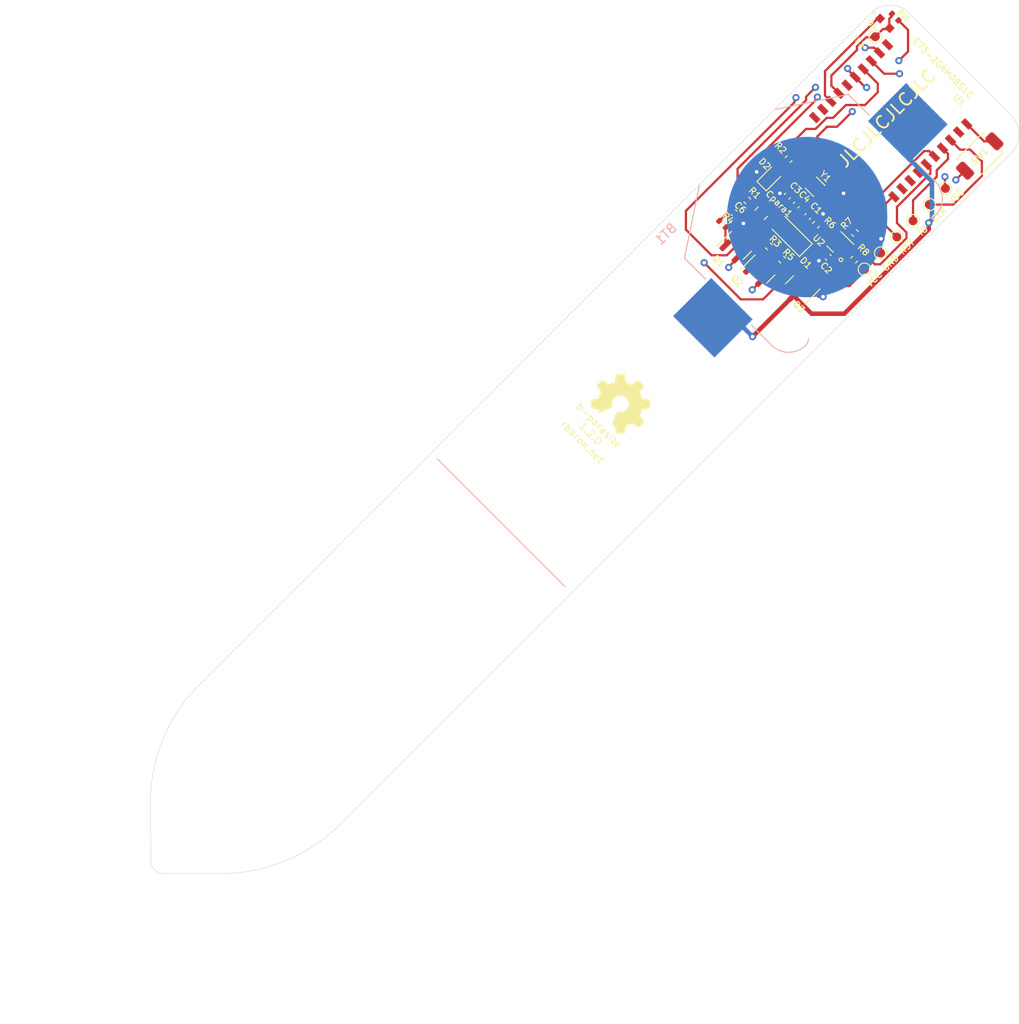
<source format=kicad_pcb>
(kicad_pcb (version 20211014) (generator pcbnew)
  (title_block (title "b-parasite") (date "2021-09-12") (rev "1.2.0") (company "rbaron.net"))
  (layers (0 "F.Cu" signal) (1 "In1.Cu" signal) (2 "In2.Cu" signal) (31 "B.Cu" signal) (34 "B.Paste" user) (35 "F.Paste" user) (36 "B.SilkS" user "B.Silkscreen") (37 "F.SilkS" user "F.Silkscreen") (38 "B.Mask" user) (39 "F.Mask" user) (44 "Edge.Cuts" user))
  (net 0 "")
  (net 1 "GND")
  (net 2 "/Csen+")
  (net 3 "/PWM")
  (net 4 "Net-(C6-Pad1)")
  (net 5 "Net-(Q2-Pad3)")
  (net 6 "Net-(Q1-Pad3)")
  (net 7 "Net-(BT1-Pad1)")
  (net 8 "/SENS_OUT")
  (net 9 "Net-(D2-Pad2)")
  (net 10 "+3V0")
  (net 11 "/LED")
  (net 12 "/FAST_DISCH_EN")
  (net 13 "Net-(TP1-Pad1)")
  (net 14 "Net-(TP2-Pad1)")
  (net 15 "Net-(TP5-Pad1)")
  (net 16 "/SCL")
  (net 17 "/SDA")
  (net 18 "Net-(C3-Pad1)")
  (net 19 "Net-(C4-Pad2)")
  (net 21 "/PHOTO_OUT")
  (net 22 "/PHOTO_V")
  (net 27 "/SW")
  (footprint "Capacitor_SMD:C_0402_1005Metric" (layer "F.Cu") (at 100.642471 63.607527 45)
    (fp_text reference "C1" (at 1.315 0 135) (layer "F.SilkS") (effects (font (size 0.7 0.7) (thickness 0.12))))
    (fp_text value "1n")
    (pad "1" smd roundrect (at -0.48 0 45) (size 0.56 0.62) (layers "F.Cu" "F.Paste" "F.Mask") (net 8 "/SENS_OUT"))
    (pad "2" smd roundrect (at 0.48 0 45) (size 0.56 0.62) (layers "F.Cu" "F.Paste" "F.Mask") (net 1 "GND"))
  )
  (footprint "Capacitor_SMD:C_0402_1005Metric" (layer "F.Cu") (at 92.461246 63.183263 135)
    (fp_text reference "C6" (at -0.085 0.9 135) (layer "F.SilkS") (effects (font (size 0.7 0.7) (thickness 0.12))))
    (fp_text value "100p")
    (pad "1" smd roundrect (at -0.48 0 135) (size 0.56 0.62) (layers "F.Cu" "F.Paste" "F.Mask") (net 4 "Net-(C6-Pad1)"))
    (pad "2" smd roundrect (at 0.48 0 135) (size 0.56 0.62) (layers "F.Cu" "F.Paste" "F.Mask") (net 3 "/PWM"))
  )
  (footprint "Resistor_SMD:R_0402_1005Metric" (layer "F.Cu") (at 101.56171 64.526766 45)
    (fp_text reference "R6" (at 1.250788 0.95 135) (layer "F.SilkS") (effects (font (size 0.7 0.7) (thickness 0.12))))
    (fp_text value "1M")
    (pad "1" smd roundrect (at -0.51 0 45) (size 0.54 0.64) (layers "F.Cu" "F.Paste" "F.Mask") (net 8 "/SENS_OUT"))
    (pad "2" smd roundrect (at 0.51 0 45) (size 0.54 0.64) (layers "F.Cu" "F.Paste" "F.Mask") (net 1 "GND"))
  )
  (footprint "Resistor_SMD:R_0402_1005Metric" (layer "F.Cu") (at 97.814044 68.39464 -45)
    (fp_text reference "R5" (at 0.115 -0.9 135) (layer "F.SilkS") (effects (font (size 0.7 0.7) (thickness 0.12))))
    (fp_text value "1k")
    (pad "1" smd roundrect (at -0.51 0 315) (size 0.54 0.64) (layers "F.Cu" "F.Paste" "F.Mask") (net 2 "/Csen+"))
    (pad "2" smd roundrect (at 0.51 0 315) (size 0.54 0.64) (layers "F.Cu" "F.Paste" "F.Mask") (net 5 "Net-(Q2-Pad3)"))
  )
  (footprint "Resistor_SMD:R_0402_1005Metric" (layer "F.Cu") (at 91.188454 64.456055 135)
    (fp_text reference "R4" (at 0.015 0.9 135) (layer "F.SilkS") (effects (font (size 0.7 0.7) (thickness 0.12))))
    (fp_text value "10k")
    (pad "1" smd roundrect (at -0.51 0 135) (size 0.54 0.64) (layers "F.Cu" "F.Paste" "F.Mask") (net 4 "Net-(C6-Pad1)"))
    (pad "2" smd roundrect (at 0.51 0 135) (size 0.54 0.64) (layers "F.Cu" "F.Paste" "F.Mask") (net 3 "/PWM"))
  )
  (footprint "Resistor_SMD:R_0402_1005Metric" (layer "F.Cu") (at 96.339726 66.920322 -45)
    (fp_text reference "R3" (at 0.1 -0.9 135) (layer "F.SilkS") (effects (font (size 0.7 0.7) (thickness 0.12))))
    (fp_text value "1k")
    (pad "1" smd roundrect (at -0.51 0 315) (size 0.54 0.64) (layers "F.Cu" "F.Paste" "F.Mask") (net 12 "/FAST_DISCH_EN"))
    (pad "2" smd roundrect (at 0.51 0 315) (size 0.54 0.64) (layers "F.Cu" "F.Paste" "F.Mask") (net 6 "Net-(Q1-Pad3)"))
  )
  (footprint "Resistor_SMD:R_0402_1005Metric" (layer "F.Cu") (at 93.935563 61.829154 -45)
    (fp_text reference "R1" (at 0 -1.17 135) (layer "F.SilkS") (effects (font (size 0.7 0.7) (thickness 0.12))))
    (fp_text value "10k")
    (pad "1" smd roundrect (at -0.51 0 315) (size 0.54 0.64) (layers "F.Cu" "F.Paste" "F.Mask") (net 3 "/PWM"))
    (pad "2" smd roundrect (at 0.51 0 315) (size 0.54 0.64) (layers "F.Cu" "F.Paste" "F.Mask") (net 2 "/Csen+"))
  )
  (footprint "TestPoint:TestPoint_Pad_D1.0mm" (layer "F.Cu") (at 112.336756 64.080027 45)
    (fp_text reference "TP1" hide)
    (fp_text value "IO" (at 0 1.55 45) (layer "F.SilkS") (effects (font (size 0.7 0.7) (thickness 0.12))))
    (pad "1" smd circle (at 0 0 45) (size 1 1) (layers "F.Cu" "F.Mask") (net 13 "Net-(TP1-Pad1)"))
  )
  (footprint "TestPoint:TestPoint_Pad_D1.0mm" (layer "F.Cu") (at 114.132807 62.283976 45)
    (fp_text reference "TP2" hide)
    (fp_text value "CLK" (at 0 1.55 45) (layer "F.SilkS") (effects (font (size 0.7 0.7) (thickness 0.12))))
    (pad "1" smd circle (at 0 0 45) (size 1 1) (layers "F.Cu" "F.Mask") (net 14 "Net-(TP2-Pad1)"))
  )
  (footprint "TestPoint:TestPoint_Pad_D1.0mm" (layer "F.Cu") (at 110.540705 65.876078 45)
    (fp_text reference "TP5" hide)
    (fp_text value "RST" (at 0 1.55 45) (layer "F.SilkS") (effects (font (size 0.7 0.7) (thickness 0.12))))
    (pad "1" smd circle (at 0 0 45) (size 1 1) (layers "F.Cu" "F.Mask") (net 15 "Net-(TP5-Pad1)"))
  )
  (footprint "TestPoint:TestPoint_Pad_D1.0mm" (layer "F.Cu") (at 108.744653 67.67213 45)
    (fp_text reference "TP6" hide)
    (fp_text value "GND" (at 0 1.55 45) (layer "F.SilkS") (effects (font (size 0.7 0.7) (thickness 0.12))))
    (pad "1" smd circle (at 0 0 45) (size 1 1) (layers "F.Cu" "F.Mask") (net 1 "GND"))
  )
  (footprint "TestPoint:TestPoint_Pad_D1.0mm" (layer "F.Cu") (at 106.948602 69.468181 45)
    (fp_text reference "TP7" hide)
    (fp_text value "VCC" (at 0 1.55 45) (layer "F.SilkS") (effects (font (size 0.7 0.7) (thickness 0.12))))
    (pad "1" smd circle (at 0 0 45) (size 1 1) (layers "F.Cu" "F.Mask") (net 10 "+3V0"))
  )
  (footprint "Resistor_SMD:R_0402_1005Metric" (layer "F.Cu") (at 98.521708 57.243009 -135)
    (fp_text reference "R2" (at -0.25 1.5 135) (layer "F.SilkS") (effects (font (size 0.7 0.7) (thickness 0.12))))
    (fp_text value "1k")
    (pad "1" smd roundrect (at -0.51 0 225) (size 0.54 0.64) (layers "F.Cu" "F.Paste" "F.Mask") (net 11 "/LED"))
    (pad "2" smd roundrect (at 0.51 0 225) (size 0.54 0.64) (layers "F.Cu" "F.Paste" "F.Mask") (net 9 "Net-(D2-Pad2)"))
  )
  (footprint "Capacitor_SMD:C_0402_1005Metric" (layer "F.Cu") (at 102.926426 68.133011 135)
    (fp_text reference "C2" (at -0.685 -1 135) (layer "F.SilkS") (effects (font (size 0.7 0.7) (thickness 0.12))))
    (fp_text value "100n")
    (pad "1" smd roundrect (at -0.48 0 135) (size 0.56 0.62) (layers "F.Cu" "F.Paste" "F.Mask") (net 10 "+3V0"))
    (pad "2" smd roundrect (at 0.48 0 135) (size 0.56 0.62) (layers "F.Cu" "F.Paste" "F.Mask") (net 1 "GND"))
  )
  (footprint "Package_TO_SOT_SMD:SOT-23" (layer "F.Cu") (at 99.733839 71.728649 -135)
    (fp_text reference "Q3" (at 1.4 -1.3 135) (layer "F.SilkS") (effects (font (size 0.7 0.7) (thickness 0.12))))
    (fp_text value "AO3407")
    (pad "1" smd roundrect (at -0.9375 -0.95 225) (size 1.475 0.6) (layers "F.Cu" "F.Paste" "F.Mask") (net 1 "GND"))
    (pad "2" smd roundrect (at -0.9375 0.95 225) (size 1.475 0.6) (layers "F.Cu" "F.Paste" "F.Mask") (net 10 "+3V0"))
    (pad "3" smd roundrect (at 0.9375 0 225) (size 1.475 0.6) (layers "F.Cu" "F.Paste" "F.Mask") (net 7 "Net-(BT1-Pad1)"))
  )
  (footprint "Crystal:Crystal_SMD_3215-2Pin_3.2x1.5mm" (layer "F.Cu") (at 101.466251 60.308874 135)
    (fp_text reference "Y1" (at 0 1.6 135) (layer "F.SilkS") (effects (font (size 0.7 0.7) (thickness 0.12))))
    (fp_text value "32.768kHz")
    (pad "1" smd rect (at 1.25 0 135) (size 1 1.8) (layers "F.Cu" "F.Paste" "F.Mask") (net 18 "Net-(C3-Pad1)"))
    (pad "2" smd rect (at -1.25 0 135) (size 1 1.8) (layers "F.Cu" "F.Paste" "F.Mask") (net 19 "Net-(C4-Pad2)"))
  )
  (footprint "LED_SMD:LED_0603_1608Metric" (layer "F.Cu") (at 96.577164 59.187553 45)
    (fp_text reference "D2" (at 0.5 -1.5 135) (layer "F.SilkS") (effects (font (size 0.7 0.7) (thickness 0.12))))
    (fp_text value "LED")
    (pad "1" smd roundrect (at -0.7875 0 45) (size 0.875 0.95) (layers "F.Cu" "F.Paste" "F.Mask") (net 1 "GND"))
    (pad "2" smd roundrect (at 0.7875 0 45) (size 0.875 0.95) (layers "F.Cu" "F.Paste" "F.Mask") (net 9 "Net-(D2-Pad2)"))
  )
  (footprint "Capacitor_SMD:C_0402_1005Metric" (layer "F.Cu") (at 99.369679 62.334735 45)
    (fp_text reference "C4" (at 1.315 0 135) (layer "F.SilkS") (effects (font (size 0.7 0.7) (thickness 0.12))))
    (fp_text value "12p")
    (pad "1" smd roundrect (at -0.48 0 45) (size 0.56 0.62) (layers "F.Cu" "F.Paste" "F.Mask") (net 1 "GND"))
    (pad "2" smd roundrect (at 0.48 0 45) (size 0.56 0.62) (layers "F.Cu" "F.Paste" "F.Mask") (net 19 "Net-(C4-Pad2)"))
  )
  (footprint "Capacitor_SMD:C_0402_1005Metric" (layer "F.Cu") (at 98.37973 61.344785 -135)
    (fp_text reference "C3" (at -1.315 0 135) (layer "F.SilkS") (effects (font (size 0.7 0.7) (thickness 0.12))))
    (fp_text value "12p")
    (pad "1" smd roundrect (at -0.48 0 225) (size 0.56 0.62) (layers "F.Cu" "F.Paste" "F.Mask") (net 18 "Net-(C3-Pad1)"))
    (pad "2" smd roundrect (at 0.48 0 225) (size 0.56 0.62) (layers "F.Cu" "F.Paste" "F.Mask") (net 1 "GND"))
  )
  (footprint "Capacitor_SMD:C_0805_2012Metric" (layer "F.Cu") (at 95.491198 63.243367 45)
    (fp_text reference "Cpara1" (at 2.135788 0.65 135) (layer "F.SilkS") (effects (font (size 0.7 0.7) (thickness 0.12))))
    (fp_text value "5p")
    (pad "1" smd roundrect (at -0.95 0 45) (size 1 1.45) (layers "F.Cu" "F.Paste" "F.Mask") (net 1 "GND"))
    (pad "2" smd roundrect (at 0.95 0 45) (size 1 1.45) (layers "F.Cu" "F.Paste" "F.Mask") (net 2 "/Csen+"))
  )
  (footprint "Resistor_SMD:R_0402_1005Metric" (layer "F.Cu") (at 105.885668 65.435398 135)
    (fp_text reference "R7" (at 1.385 0.1 45) (layer "F.SilkS") (effects (font (size 0.7 0.7) (thickness 0.12))))
    (fp_text value "10k")
    (pad "1" smd roundrect (at -0.51 0 135) (size 0.54 0.64) (layers "F.Cu" "F.Paste" "F.Mask") (net 17 "/SDA"))
    (pad "2" smd roundrect (at 0.51 0 135) (size 0.54 0.64) (layers "F.Cu" "F.Paste" "F.Mask") (net 10 "+3V0"))
  )
  (footprint "Resistor_SMD:R_0402_1005Metric" (layer "F.Cu") (at 105.793744 68.384033 45)
    (fp_text reference "R8" (at 1.485788 -0.02 135) (layer "F.SilkS") (effects (font (size 0.7 0.7) (thickness 0.12))))
    (fp_text value "10k")
    (pad "1" smd roundrect (at -0.51 0 45) (size 0.54 0.64) (layers "F.Cu" "F.Paste" "F.Mask") (net 10 "+3V0"))
    (pad "2" smd roundrect (at 0.51 0 45) (size 0.54 0.64) (layers "F.Cu" "F.Paste" "F.Mask") (net 16 "/SCL"))
  )
  (footprint "Package_TO_SOT_SMD:SOT-23" (layer "F.Cu") (at 95.455843 69.430552 45)
    (fp_text reference "Q2" (at -2.8 -0.95 135) (layer "F.SilkS") (effects (font (size 0.7 0.7) (thickness 0.12))))
    (fp_text value "MMBT3904")
    (pad "1" smd roundrect (at -0.9375 -0.95 45) (size 1.475 0.6) (layers "F.Cu" "F.Paste" "F.Mask") (net 6 "Net-(Q1-Pad3)"))
    (pad "2" smd roundrect (at -0.9375 0.95 45) (size 1.475 0.6) (layers "F.Cu" "F.Paste" "F.Mask") (net 1 "GND"))
    (pad "3" smd roundrect (at 0.9375 0 45) (size 1.475 0.6) (layers "F.Cu" "F.Paste" "F.Mask") (net 5 "Net-(Q2-Pad3)"))
  )
  (footprint "kicad:Sensirion_DFN-4-1EP_2x2mm_P1mm_EP0.7x1.6mm" (layer "F.Cu") (at 104.259322 66.778901 135)
    (fp_text reference "U2" (at 2.05 -1.314212 135) (layer "F.SilkS") (effects (font (size 0.7 0.7) (thickness 0.12))))
    (fp_text value "SHTC3")
    (pad "1" smd roundrect locked (at -0.925 -0.5 135) (size 0.55 0.35) (layers "F.Cu" "F.Mask") (net 10 "+3V0"))
    (pad "2" smd roundrect locked (at -0.925 0.5 135) (size 0.55 0.35) (layers "F.Cu" "F.Mask") (net 16 "/SCL"))
    (pad "3" smd roundrect locked (at 0.925 0.5 135) (size 0.55 0.35) (layers "F.Cu" "F.Mask") (net 17 "/SDA"))
    (pad "4" smd roundrect locked (at 0.925 -0.5 135) (size 0.55 0.35) (layers "F.Cu" "F.Mask") (net 1 "GND"))
    (pad "5" smd roundrect locked (at 0 0 135) (size 0.7 1.6) (layers "F.Cu" "F.Mask"))
  )
  (footprint "Diode_SMD:D_MiniMELF" (layer "F.Cu") (at 98.637824 65.541464 135)
    (fp_text reference "D1" (at -3.55 -1 135) (layer "F.SilkS") (effects (font (size 0.7 0.7) (thickness 0.12))))
    (fp_text value "LL4148")
    (pad "1" smd rect (at -1.75 0 135) (size 1.3 1.7) (layers "F.Cu" "F.Paste" "F.Mask") (net 8 "/SENS_OUT"))
    (pad "2" smd rect (at 1.75 0 135) (size 1.3 1.7) (layers "F.Cu" "F.Paste" "F.Mask") (net 2 "/Csen+"))
  )
  (footprint "Symbol:OSHW-Symbol_6.7x6mm_SilkScreen" (layer "F.Cu") (at 80.076271 84.173728 -45)
    (fp_text reference "REF**" hide)
    (fp_text value "OSHW-Symbol_6.7x6mm_SilkScreen" hide)
  )
  (footprint "TestPoint:TestPoint_Pad_D1.0mm" (layer "F.Cu") (at 115.928858 60.487925 45)
    (fp_text reference "TP4" hide)
    (fp_text value "VSO" (at 0.235788 1.5 45) (layer "F.SilkS") (effects (font (size 0.7 0.7) (thickness 0.12))))
    (pad "1" smd circle (at 0 0 45) (size 1 1) (layers "F.Cu" "F.Mask") (net 8 "/SENS_OUT"))
  )
  (footprint "Library:E73-2G4M08S1C-52840" (layer "F.Cu") (at 103.97648 58.859305 45)
    (fp_text reference "U1" (at 15.285788 3.75 135) (layer "F.SilkS") (effects (font (size 0.7 0.7) (thickness 0.12))))
    (fp_text value "E73-2G4M08S1C-52840")
    (fp_text user "E73-2G4M08S1C" (at 16.535788 0 135) (layer "F.SilkS") (effects (font (size 0.7 0.7) (thickness 0.12))))
    (pad "1" smd rect (at 14.03 -6.219 45) (size 0.65 1.2) (layers "F.Cu" "F.Paste" "F.Mask"))
    (pad "2" smd rect (at 12.76 -6.219 45) (size 0.65 1.2) (layers "F.Cu" "F.Paste" "F.Mask") (net 12 "/FAST_DISCH_EN"))
    (pad "3" smd rect (at 11.49 -6.219 45) (size 0.65 1.2) (layers "F.Cu" "F.Paste" "F.Mask") (net 8 "/SENS_OUT"))
    (pad "4" smd rect (at 10.22 -6.219 45) (size 0.65 1.2) (layers "F.Cu" "F.Paste" "F.Mask") (net 11 "/LED"))
    (pad "5" smd rect (at 8.95 -6.219 45) (size 0.65 1.2) (layers "F.Cu" "F.Paste" "F.Mask") (net 1 "GND"))
    (pad "6" smd rect (at 7.68 -6.219 45) (size 0.65 1.2) (layers "F.Cu" "F.Paste" "F.Mask"))
    (pad "7" smd rect (at 6.41 -6.219 45) (size 0.65 1.2) (layers "F.Cu" "F.Paste" "F.Mask") (net 21 "/PHOTO_OUT"))
    (pad "8" smd rect (at 5.14 -6.219 45) (size 0.65 1.2) (layers "F.Cu" "F.Paste" "F.Mask") (net 22 "/PHOTO_V"))
    (pad "9" smd rect (at 3.87 -6.219 45) (size 0.65 1.2) (layers "F.Cu" "F.Paste" "F.Mask"))
    (pad "10" smd rect (at 2.6 -6.219 45) (size 0.65 1.2) (layers "F.Cu" "F.Paste" "F.Mask"))
    (pad "11" smd rect (at 0.281 -4.47 135) (size 0.65 1.2) (layers "F.Cu" "F.Paste" "F.Mask") (net 18 "Net-(C3-Pad1)"))
    (pad "13" smd rect (at 0.281 -3.2 135) (size 0.65 1.2) (layers "F.Cu" "F.Paste" "F.Mask") (net 19 "Net-(C4-Pad2)"))
    (pad "15" smd rect (at 0.281 -1.93 135) (size 0.65 1.2) (layers "F.Cu" "F.Paste" "F.Mask") (net 3 "/PWM"))
    (pad "17" smd rect (at 0.281 -0.66 135) (size 0.65 1.2) (layers "F.Cu" "F.Paste" "F.Mask"))
    (pad "19" smd rect (at 0.281 0.61 135) (size 0.65 1.2) (layers "F.Cu" "F.Paste" "F.Mask") (net 10 "+3V0"))
    (pad "21" smd rect (at 0.281 1.88 135) (size 0.65 1.2) (layers "F.Cu" "F.Paste" "F.Mask") (net 1 "GND"))
    (pad "23" smd rect (at 0.281 3.15 135) (size 0.65 1.2) (layers "F.Cu" "F.Paste" "F.Mask") (net 10 "+3V0"))
    (pad "25" smd rect (at 0.281 4.42 135) (size 0.65 1.2) (layers "F.Cu" "F.Paste" "F.Mask"))
    (pad "26" smd rect (at 2.6 6.219 45) (size 0.65 1.2) (layers "F.Cu" "F.Paste" "F.Mask") (net 15 "Net-(TP5-Pad1)"))
    (pad "27" smd rect (at 3.87 6.219 45) (size 0.65 1.2) (layers "F.Cu" "F.Paste" "F.Mask"))
    (pad "29" smd rect (at 5.14 6.219 45) (size 0.65 1.2) (layers "F.Cu" "F.Paste" "F.Mask"))
    (pad "31" smd rect (at 6.41 6.219 45) (size 0.65 1.2) (layers "F.Cu" "F.Paste" "F.Mask"))
    (pad "33" smd rect (at 7.68 6.219 45) (size 0.65 1.2) (layers "F.Cu" "F.Paste" "F.Mask") (net 16 "/SCL"))
    (pad "35" smd rect (at 8.95 6.219 45) (size 0.65 1.2) (layers "F.Cu" "F.Paste" "F.Mask") (net 17 "/SDA"))
    (pad "37" smd rect (at 10.22 6.219 45) (size 0.65 1.2) (layers "F.Cu" "F.Paste" "F.Mask") (net 13 "Net-(TP1-Pad1)"))
    (pad "39" smd rect (at 11.49 6.219 45) (size 0.65 1.2) (layers "F.Cu" "F.Paste" "F.Mask") (net 14 "Net-(TP2-Pad1)"))
    (pad "41" smd rect (at 12.76 6.219 45) (size 0.65 1.2) (layers "F.Cu" "F.Paste" "F.Mask"))
    (pad "43" smd rect (at 14.03 6.219 45) (size 0.65 1.2) (layers "F.Cu" "F.Paste" "F.Mask") (net 27 "/SW"))
  )
  (footprint "TestPoint:TestPoint_Pad_D1.0mm" (layer "F.Cu") (at 108.14841 43.656509 -45)
    (fp_text reference "TP3" (at -0.95 1.664212 135) (layer "F.SilkS") (effects (font (size 0.6 0.6) (thickness 0.1))))
    (fp_text value "PHOTO_OUT")
    (pad "1" smd circle (at 0 0 315) (size 1 1) (layers "F.Cu" "F.Mask") (net 21 "/PHOTO_OUT"))
  )
  (footprint "Resistor_SMD:R_0402_1005Metric" (layer "F.Cu") (at 110.351047 41.475085 135)
    (fp_text reference "R10" (at -0.535 0.8 135) (layer "F.SilkS") (effects (font (size 0.5 0.5) (thickness 0.1))))
    (fp_text value "470")
    (pad "1" smd roundrect (at -0.51 0 135) (size 0.54 0.64) (layers "F.Cu" "F.Paste" "F.Mask") (net 1 "GND"))
    (pad "2" smd roundrect (at 0.51 0 135) (size 0.54 0.64) (layers "F.Cu" "F.Paste" "F.Mask") (net 21 "/PHOTO_OUT"))
  )
  (footprint "snapeda:TR8" (layer "F.Cu") (at 109.20907 42.171585 -45)
    (fp_text reference "Q4" (at -0.9 1.071 135) (layer "F.SilkS") (effects (font (size 0.5 0.5) (thickness 0.1))))
    (fp_text value "Q_Photo_NPN")
    (pad "1" smd rect (at -0.75 0 315) (size 0.8 0.8) (layers "F.Cu" "F.Paste" "F.Mask") (net 22 "/PHOTO_V"))
    (pad "2" smd rect (at 0.75 0 315) (size 0.8 0.8) (layers "F.Cu" "F.Paste" "F.Mask") (net 21 "/PHOTO_OUT"))
  )
  (footprint "Library:MountingHole_2.8mm" (layer "F.Cu") (at 93.511299 80.638194 -45)
    (fp_text reference "H2")
    (fp_text value "MountingHole")
    (pad "" np_thru_hole circle (at 0 0 315) (size 2.8 2.8) (drill 2.8) (layers F&B.Cu *.Mask))
  )
  (footprint "Library:SW_Push_SPST_NO_Alps_SKRK" (layer "F.Cu") (at 119.734912 56.889456 -135)
    (fp_text reference "SW1" (at 0 0 45) (layer "F.SilkS") (effects (font (size 0.7 0.7) (thickness 0.12))))
    (fp_text value "SKRKAEE020")
    (pad "1" smd roundrect (at -2.3 0 225) (size 1.2 2) (layers "F.Cu" "F.Paste" "F.Mask") (net 27 "/SW"))
    (pad "2" smd roundrect (at 2.3 0 225) (size 1.2 2) (layers "F.Cu" "F.Paste" "F.Mask") (net 1 "GND"))
  )
  (footprint "Package_TO_SOT_SMD:SOT-23" (layer "F.Cu") (at 92.839548 66.814256 45)
    (fp_text reference "Q1" (at -2.714212 -0.25 135) (layer "F.SilkS") (effects (font (size 0.7 0.7) (thickness 0.12))))
    (fp_text value "MMBT3904")
    (pad "1" smd roundrect (at -0.9375 -0.95 45) (size 1.475 0.6) (layers "F.Cu" "F.Paste" "F.Mask") (net 4 "Net-(C6-Pad1)"))
    (pad "2" smd roundrect (at -0.9375 0.95 45) (size 1.475 0.6) (layers "F.Cu" "F.Paste" "F.Mask") (net 1 "GND"))
    (pad "3" smd roundrect (at 0.9375 0 45) (size 1.475 0.6) (layers "F.Cu" "F.Paste" "F.Mask") (net 6 "Net-(Q1-Pad3)"))
  )
  (footprint "Library:BatteryHolder_combined" (layer "B.Cu") (at 100.582367 63.667631 -135)
    (fp_text reference "BT1" (at 12.414212 9.75 45) (layer "B.SilkS") (effects (justify mirror)))
    (fp_text value "Battery_Cell")
    (pad "1" smd rect (at 15.3 -0.5 225) (size 6 6.5) (layers "B.Cu" "B.Paste" "B.Mask") (net 7 "Net-(BT1-Pad1)"))
    (pad "1" smd rect (at -15.3 -0.5 225) (size 6 6.5) (layers "B.Cu" "B.Paste" "B.Mask") (net 7 "Net-(BT1-Pad1)"))
    (pad "2" smd circle (at 0 0 225) (size 17.8 17.8) (layers "B.Cu" "B.Mask") (net 1 "GND"))
  )
  (footprint "Library:MountingHole_2.8mm" (layer "B.Cu") (at 83.495689 70.854814 135)
    (fp_text reference "H1")
    (fp_text value "MountingHole")
    (pad "" np_thru_hole circle (at 0 0.164212 135) (size 2.8 2.8) (drill 2.8) (layers F&B.Cu *.Mask))
  )
  (gr_line (start 59.570174 90.537689) (end 73.712309 104.679825) (layer "B.SilkS") (width 0.12))
  (gr_line (start 59.570174 90.537689) (end 73.712309 104.679825) (layer "F.SilkS") (width 0.12))
  (gr_circle (center 104.330033 68.405247) (end 104.471454 68.546668) (layer "F.SilkS") (width 0.12) (fill none))
  (gr_line (start 111.896076 41.040214) (end 123.209784 52.353923) (layer "Edge.Cuts") (width 0.05))
  (gr_arc (start 29.164582 136.499628) (mid 28.164583 136.085415) (end 27.75037 135.085416) (layer "Edge.Cuts") (width 0.05))
  (gr_line (start 27.715569 127.979547) (end 27.75037 135.085416) (layer "Edge.Cuts") (width 0.05))
  (gr_arc (start 107.653435 41.040214) (mid 109.774755 40.161535) (end 111.896076 41.040214) (layer "Edge.Cuts") (width 0.05))
  (gr_line (start 48.67068 131.135668) (end 123.209784 56.596563) (layer "Edge.Cuts") (width 0.05))
  (gr_arc (start 27.715569 127.979547) (mid 29.243294 121.263544) (end 33.121821 115.571829) (layer "Edge.Cuts") (width 0.05))
  (gr_line (start 107.653435 41.040214) (end 33.121821 115.571829) (layer "Edge.Cuts") (width 0.05))
  (gr_line (start 29.164582 136.499628) (end 36.23565 136.499628) (layer "Edge.Cuts") (width 0.05))
  (gr_arc (start 48.67068 131.135668) (mid 42.956205 134.983823) (end 36.23565 136.499628) (layer "Edge.Cuts") (width 0.05))
  (gr_arc (start 123.209784 52.353923) (mid 124.088464 54.475243) (end 123.209784 56.596563) (layer "Edge.Cuts") (width 0.05))
  (gr_text "b-parasite\n1.2.0\nrbaron.net" (at 76.540737 87.709262 -45) (layer "F.SilkS") (effects (font (size 0.8 0.8) (thickness 0.1))))
  (gr_text "JLCJLCJLCJLC" (at 109.421202 52.707476 45) (layer "F.SilkS") (effects (font (size 1.4 1.4) (thickness 0.2))))
  (segment (start 110.693994 41.818032) (end 111.77996 42.903998) (width 0.25) (layer "F.Cu") (net 1))
  (segment (start 94.491199 71.738698) (end 95.420488 70.80941) (width 0.25) (layer "F.Cu") (net 1))
  (segment (start 111.77996 45.292996) (end 110.761046 46.31191) (width 0.25) (layer "F.Cu") (net 1))
  (segment (start 97.559132 61.034012) (end 97.559132 61.203011) (width 0.25) (layer "F.Cu") (net 1))
  (segment (start 94.986174 58.710256) (end 96.020318 59.744399) (width 0.25) (layer "F.Cu") (net 1))
  (segment (start 99.026732 62.677682) (end 99.499317 62.677682) (width 0.25) (layer "F.Cu") (net 1))
  (segment (start 100.981883 63.268116) (end 101.879908 64.166142) (width 0.25) (layer "F.Cu") (net 1))
  (segment (start 94.359828 64.374738) (end 93.511299 64.374738) (width 0.25) (layer "F.Cu") (net 1))
  (segment (start 105.07977 47.305384) (end 105.978299 48.203913) (width 0.25) (layer "F.Cu") (net 1))
  (segment (start 102.587015 67.143061) (end 102.587015 67.793599) (width 0.25) (layer "F.Cu") (net 1))
  (segment (start 111.77996 42.903998) (end 111.77996 45.292996) (width 0.25) (layer "F.Cu") (net 1))
  (segment (start 100.688433 62.967596) (end 100.985418 63.26458) (width 0.25) (layer "F.Cu") (net 1))
  (segment (start 105.575248 59.919258) (end 104.620054 60.874453) (width 0.25) (layer "F.Cu") (net 1))
  (segment (start 101.922335 64.166142) (end 102.350134 63.738342) (width 0.25) (layer "F.Cu") (net 1))
  (segment (start 118.108566 58.515801) (end 117.083261 59.541106) (width 0.25) (layer "F.Cu") (net 1))
  (segment (start 101.837482 72.506466) (end 102.350134 72.506466) (width 0.25) (layer "F.Cu") (net 1))
  (segment (start 102.350134 63.738342) (end 102.350134 63.314078) (width 0.25) (layer "F.Cu") (net 1))
  (segment (start 104.620054 60.874453) (end 104.620054 61.026765) (width 0.25) (layer "F.Cu") (net 1))
  (segment (start 97.559132 61.203011) (end 98.040318 61.684197) (width 0.25) (layer "F.Cu") (net 1))
  (segment (start 94.819447 63.915119) (end 94.359828 64.374738) (width 0.25) (layer "F.Cu") (net 1))
  (segment (start 99.499317 62.677682) (end 99.789231 62.967596) (width 0.25) (layer "F.Cu") (net 1))
  (segment (start 107.183766 49.288058) (end 107.062444 49.288058) (width 0.25) (layer "F.Cu") (net 1))
  (segment (start 94.986174 58.657223) (end 94.986174 58.710256) (width 0.25) (layer "F.Cu") (net 1))
  (segment (start 101.890161 68.490453) (end 101.890161 68.510959) (width 0.25) (layer "F.Cu") (net 1))
  (segment (start 103.251695 66.478381) (end 102.587015 67.143061) (width 0.25) (layer "F.Cu") (net 1))
  (segment (start 91.884954 69.183064) (end 91.884954 69.253775) (width 0.25) (layer "F.Cu") (net 1))
  (segment (start 101.068503 71.737487) (end 101.837482 72.506466) (width 0.25) (layer "F.Cu") (net 1))
  (segment (start 105.07977 47.184061) (end 105.07977 47.305384) (width 0.25) (layer "F.Cu") (net 1))
  (segment (start 102.587015 67.793599) (end 101.890161 68.490453) (width 0.25) (layer "F.Cu") (net 1))
  (segment (start 99.789231 62.967596) (end 100.688433 62.967596) (width 0.25) (layer "F.Cu") (net 1))
  (segment (start 92.839548 68.22847) (end 91.884954 69.183064) (width 0.25) (layer "F.Cu") (net 1))
  (segment (start 99.030268 62.674146) (end 98.040318 61.684197) (width 0.25) (layer "F.Cu") (net 1))
  (segment (start 108.784806 67.631977) (end 108.784806 66.071794) (width 0.25) (layer "F.Cu") (net 1))
  (segment (start 107.062444 49.288058) (end 106.239221 48.464835) (width 0.25) (layer "F.Cu") (net 1))
  (via (at 97.559132 61.034012) (size 0.8) (drill 0.4) (layers "F.Cu" "B.Cu") (net 1))
  (via (at 91.884954 69.253775) (size 0.8) (drill 0.4) (layers "F.Cu" "B.Cu") (net 1))
  (via (at 108.784806 66.071794) (size 0.8) (drill 0.4) (layers "F.Cu" "B.Cu") (net 1))
  (via (at 110.761046 46.31191) (size 0.8) (drill 0.4) (layers "F.Cu" "B.Cu") (net 1))
  (via (at 101.890161 68.510959) (size 0.8) (drill 0.4) (layers "F.Cu" "B.Cu") (net 1))
  (via (at 94.986174 58.657223) (size 0.8) (drill 0.4) (layers "F.Cu" "B.Cu") (net 1))
  (via (at 102.350134 63.314078) (size 0.8) (drill 0.4) (layers "F.Cu" "B.Cu") (net 1))
  (via (at 94.491199 71.738698) (size 0.8) (drill 0.4) (layers "F.Cu" "B.Cu") (net 1))
  (via (at 105.07977 47.184061) (size 0.8) (drill 0.4) (layers "F.Cu" "B.Cu") (net 1))
  (via (at 93.511299 64.374738) (size 0.8) (drill 0.4) (layers "F.Cu" "B.Cu") (net 1))
  (via (at 102.350134 72.506466) (size 0.8) (drill 0.4) (layers "F.Cu" "B.Cu") (net 1))
  (via (at 107.183766 49.288058) (size 0.8) (drill 0.4) (layers "F.Cu" "B.Cu") (net 1))
  (via (at 117.083261 59.541106) (size 0.8) (drill 0.4) (layers "F.Cu" "B.Cu") (net 1))
  (via (at 104.620054 61.026765) (size 0.8) (drill 0.4) (layers "F.Cu" "B.Cu") (net 1))
  (segment (start 98.036783 67.486008) (end 98.036783 67.364685) (width 0.25) (layer "F.Cu") (net 2))
  (segment (start 97.488775 68.034016) (end 98.036783 67.486008) (width 0.25) (layer "F.Cu") (net 2))
  (segment (start 99.228815 68.556717) (end 98.168155 67.496057) (width 0.25) (layer "F.Cu") (net 2))
  (segment (start 89.152543 68.733494) (end 93.218407 72.799358) (width 0.25) (layer "F.Cu") (net 2))
  (segment (start 97.471097 68.051693) (end 98.036783 67.486008) (width 0.25) (layer "F.Cu") (net 2))
  (segment (start 99.228815 69.263824) (end 99.228815 68.556717) (width 0.25) (layer "F.Cu") (net 2))
  (segment (start 98.168155 67.496057) (end 97.991378 67.496057) (width 0.25) (layer "F.Cu") (net 2))
  (segment (start 94.27851 62.1721) (end 94.762878 61.687732) (width 0.25) (layer "F.Cu") (net 2))
  (segment (start 96.154111 62.580455) (end 97.400387 63.82673) (width 0.25) (layer "F.Cu") (net 2))
  (segment (start 98.036783 67.364685) (end 97.400387 66.728289) (width 0.25) (layer "F.Cu") (net 2))
  (segment (start 95.693281 72.799358) (end 99.228815 69.263824) (width 0.25) (layer "F.Cu") (net 2))
  (segment (start 97.400387 66.728289) (end 97.400387 64.304027) (width 0.25) (layer "F.Cu") (net 2))
  (segment (start 97.991378 67.496057) (end 97.45342 68.034016) (width 0.25) (layer "F.Cu") (net 2))
  (segment (start 93.218407 72.799358) (end 95.693281 72.799358) (width 0.25) (layer "F.Cu") (net 2))
  (segment (start 95.261389 61.687732) (end 96.154111 62.580455) (width 0.25) (layer "F.Cu") (net 2))
  (segment (start 97.45342 68.034016) (end 97.488775 68.034016) (width 0.25) (layer "F.Cu") (net 2))
  (segment (start 94.762878 61.687732) (end 95.261389 61.687732) (width 0.25) (layer "F.Cu") (net 2))
  (via (at 89.152543 68.733494) (size 0.8) (drill 0.4) (layers "F.Cu" "B.Cu") (net 2))
  (segment (start 93.574939 61.468529) (end 92.864854 60.758444) (width 0.25) (layer "F.Cu") (net 3))
  (segment (start 105.592776 51.957102) (end 103.901085 53.648792) (width 0.25) (layer "F.Cu") (net 3))
  (segment (start 92.864854 60.758444) (end 92.864854 58.303669) (width 0.25) (layer "F.Cu") (net 3))
  (segment (start 101.724502 54.711967) (end 101.724502 54.815518) (width 0.25) (layer "F.Cu") (net 3))
  (segment (start 103.411501 56.694851) (end 102.881171 57.225181) (width 0.25) (layer "F.Cu") (net 3))
  (segment (start 103.411501 56.502518) (end 103.411501 56.694851) (width 0.25) (layer "F.Cu") (net 3))
  (segment (start 100.466252 50.702271) (end 100.466252 50.312655) (width 0.25) (layer "F.Cu") (net 3))
  (segment (start 103.901085 53.648792) (end 102.787676 53.648792) (width 0.25) (layer "F.Cu") (net 3))
  (segment (start 92.864854 58.303669) (end 100.466252 50.702271) (width 0.25) (layer "F.Cu") (net 3))
  (segment (start 102.787676 53.648792) (end 101.724502 54.711967) (width 0.25) (layer "F.Cu") (net 3))
  (segment (start 92.121835 62.843852) (end 93.497157 61.468529) (width 0.25) (layer "F.Cu") (net 3))
  (segment (start 101.724502 54.815518) (end 103.411501 56.502518) (width 0.25) (layer "F.Cu") (net 3))
  (segment (start 100.466252 50.312655) (end 101.508881 49.270026) (width 0.25) (layer "F.Cu") (net 3))
  (segment (start 90.827829 64.095431) (end 92.079408 62.843852) (width 0.25) (layer "F.Cu") (net 3))
  (via (at 101.508881 49.270026) (size 0.8) (drill 0.4) (layers "F.Cu" "B.Cu") (net 3))
  (via (at 105.592776 51.957102) (size 0.8) (drill 0.4) (layers "F.Cu" "B.Cu") (net 3))
  (segment (start 91.515024 64.815378) (end 92.804193 63.52621) (width 0.25) (layer "F.Cu") (net 4))
  (segment (start 91.515024 66.833236) (end 91.515024 64.815378) (width 0.25) (layer "F.Cu") (net 4))
  (segment (start 97.711514 69.183064) (end 97.860006 69.034572) (width 0.25) (layer "F.Cu") (net 5))
  (segment (start 96.16295 68.723445) (end 96.622569 69.183064) (width 0.25) (layer "F.Cu") (net 5))
  (segment (start 96.622569 69.183064) (end 97.711514 69.183064) (width 0.25) (layer "F.Cu") (net 5))
  (segment (start 97.860006 69.034572) (end 98.156991 68.737587) (width 0.25) (layer "F.Cu") (net 5))
  (segment (start 94.076985 69.465907) (end 94.57196 68.970932) (width 0.25) (layer "F.Cu") (net 6))
  (segment (start 94.57196 68.970932) (end 94.57196 67.419868) (width 0.25) (layer "F.Cu") (net 6))
  (segment (start 96.197196 67.276161) (end 96.210088 67.263269) (width 0.25) (layer "F.Cu") (net 6))
  (segment (start 94.715666 67.276161) (end 96.197196 67.276161) (width 0.25) (layer "F.Cu") (net 6))
  (segment (start 96.210088 67.263269) (end 96.682673 67.263269) (width 0.25) (layer "F.Cu") (net 6))
  (segment (start 93.58201 66.142505) (end 94.715666 67.276161) (width 0.25) (layer "F.Cu") (net 6))
  (segment (start 94.57196 67.419868) (end 94.715666 67.276161) (width 0.25) (layer "F.Cu") (net 6))
  (segment (start 114.078057 65.021184) (end 104.708892 74.390348) (width 0.5) (layer "F.Cu") (net 7))
  (segment (start 94.526555 76.935933) (end 99.026732 72.435755) (width 0.5) (layer "F.Cu") (net 7))
  (segment (start 104.708892 74.390348) (end 101.069714 74.390348) (width 0.5) (layer "F.Cu") (net 7))
  (segment (start 101.069714 74.390348) (end 99.070926 72.391561) (width 0.5) (layer "F.Cu") (net 7))
  (segment (start 114.078057 64.314077) (end 114.078057 65.021184) (width 0.5) (layer "F.Cu") (net 7))
  (via (at 94.526555 76.935933) (size 0.8) (drill 0.4) (layers "F.Cu" "B.Cu") (net 7))
  (via (at 114.078057 64.314077) (size 0.8) (drill 0.4) (layers "F.Cu" "B.Cu") (net 7))
  (segment (start 114.078057 64.314077) (end 114.431611 63.960523) (width 0.5) (layer "B.Cu") (net 7))
  (segment (start 114.431611 59.717883) (end 111.401101 56.687373) (width 0.5) (layer "B.Cu") (net 7))
  (segment (start 114.431611 63.960523) (end 114.431611 59.717883) (width 0.5) (layer "B.Cu") (net 7))
  (segment (start 94.526555 76.935933) (end 92.43054 74.839918) (width 0.5) (layer "B.Cu") (net 7))
  (segment (start 109.124217 47.757729) (end 107.77435 46.407862) (width 0.25) (layer "F.Cu") (net 8))
  (segment (start 94.102291 58.126892) (end 94.102291 59.187553) (width 0.25) (layer "F.Cu") (net 8))
  (segment (start 99.87526 66.778901) (end 101.218763 65.435398) (width 0.25) (layer "F.Cu") (net 8))
  (segment (start 115.875541 59.187553) (end 115.875541 60.434608) (width 0.25) (layer "F.Cu") (net 8))
  (segment (start 101.721082 50.348718) (end 101.721082 50.508101) (width 0.25) (layer "F.Cu") (net 8))
  (segment (start 100.299524 63.950474) (end 101.218763 64.869713) (width 0.25) (layer "F.Cu") (net 8))
  (segment (start 110.835416 47.757729) (end 109.124217 47.757729) (width 0.25) (layer "F.Cu") (net 8))
  (segment (start 101.721082 50.508101) (end 94.102291 58.126892) (width 0.25) (layer "F.Cu") (net 8))
  (segment (start 98.861677 63.946938) (end 100.30306 63.946938) (width 0.25) (layer "F.Cu") (net 8))
  (segment (start 94.102291 59.187553) (end 98.861677 63.946938) (width 0.25) (layer "F.Cu") (net 8))
  (segment (start 101.218763 65.435398) (end 101.218763 64.869713) (width 0.25) (layer "F.Cu") (net 8))
  (via (at 115.875541 59.187553) (size 0.8) (drill 0.4) (layers "F.Cu" "B.Cu") (net 8))
  (via (at 101.721082 50.348718) (size 0.8) (drill 0.4) (layers "F.Cu" "B.Cu") (net 8))
  (via (at 110.835416 47.757729) (size 0.8) (drill 0.4) (layers "F.Cu" "B.Cu") (net 8))
  (segment (start 97.134011 58.630706) (end 98.161084 57.603633) (width 0.25) (layer "F.Cu") (net 9))
  (segment (start 105.239223 68.938555) (end 105.239223 69.263824) (width 0.25) (layer "F.Cu") (net 10))
  (segment (start 101.996581 69.741679) (end 101.996581 70.031592) (width 0.25) (layer "F.Cu") (net 10))
  (segment (start 105.43312 68.744658) (end 105.239223 68.938555) (width 0.25) (layer "F.Cu") (net 10))
  (segment (start 104.708892 62.01598) (end 104.583964 62.01598) (width 0.25) (layer "F.Cu") (net 10))
  (segment (start 104.117901 63.667631) (end 102.004298 65.781234) (width 0.5) (layer "F.Cu") (net 10))
  (segment (start 102.004298 65.781234) (end 102.004298 66.841894) (width 0.5) (layer "F.Cu") (net 10))
  (segment (start 104.583964 62.01598) (end 103.701265 61.133281) (width 0.25) (layer "F.Cu") (net 10))
  (segment (start 106.123106 70.147708) (end 106.269075 70.147708) (width 0.25) (layer "F.Cu") (net 10))
  (segment (start 103.163307 71.198318) (end 105.218465 71.198318) (width 0.5) (layer "F.Cu") (net 10))
  (segment (start 103.265837 68.472422) (end 101.996581 69.741679) (width 0.25) (layer "F.Cu") (net 10))
  (segment (start 103.873949 68.472422) (end 103.265837 68.472422) (width 0.25) (layer "F.Cu") (net 10))
  (segment (start 103.701265 61.133281) (end 103.701265 59.99719) (width 0.25) (layer "F.Cu") (net 10))
  (segment (start 104.117901 63.667631) (end 105.525044 65.074774) (width 0.25) (layer "F.Cu") (net 10))
  (segment (start 105.218465 71.198318) (end 106.269075 70.147708) (width 0.5) (layer "F.Cu") (net 10))
  (segment (start 104.708892 63.07664) (end 104.117901 63.667631) (width 0.5) (layer "F.Cu") (net 10))
  (segment (start 105.274578 62.01598) (end 106.473274 60.817284) (width 0.25) (layer "F.Cu") (net 10))
  (segment (start 103.701265 59.99719) (end 104.471454 59.227001) (width 0.25) (layer "F.Cu") (net 10))
  (segment (start 104.559843 67.786528) (end 103.873949 68.472422) (width 0.25) (layer "F.Cu") (net 10))
  (segment (start 101.031937 69.087048) (end 99.725 70.393985) (width 0.5) (layer "F.Cu") (net 10))
  (segment (start 101.996581 70.031592) (end 100.582367 68.617379) (width 0.5) (layer "F.Cu") (net 10))
  (segment (start 101.996581 70.031592) (end 103.163307 71.198318) (width 0.5) (layer "F.Cu") (net 10))
  (segment (start 105.239223 69.263824) (end 106.123106 70.147708) (width 0.25) (layer "F.Cu") (net 10))
  (segment (start 104.708892 62.01598) (end 104.708892 63.07664) (width 0.5) (layer "F.Cu") (net 10))
  (segment (start 106.269075 70.147708) (end 106.948602 69.468181) (width 0.5) (layer "F.Cu") (net 10))
  (segment (start 101.031937 69.066949) (end 101.031937 69.087048) (width 0.5) (layer "F.Cu") (net 10))
  (segment (start 104.708892 62.01598) (end 105.274578 62.01598) (width 0.25) (layer "F.Cu") (net 10))
  (segment (start 102.004298 66.841894) (end 100.582367 68.263825) (width 0.5) (layer "F.Cu") (net 10))
  (segment (start 100.582367 68.617379) (end 101.031937 69.066949) (width 0.5) (layer "F.Cu") (net 10))
  (segment (start 100.582367 68.263825) (end 100.582367 68.617379) (width 0.5) (layer "F.Cu") (net 10))
  (segment (start 108.421203 49.818388) (end 108.421203 48.850766) (width 0.25) (layer "F.Cu") (net 11))
  (segment (start 98.882333 55.468171) (end 100.466252 53.884252) (width 0.25) (layer "F.Cu") (net 11))
  (segment (start 98.882333 56.882384) (end 98.882333 55.468171) (width 0.25) (layer "F.Cu") (net 11))
  (segment (start 108.421203 48.850766) (end 106.876325 47.305887) (width 0.25) (layer "F.Cu") (net 11))
  (segment (start 103.460632 52.657639) (end 104.885669 51.232601) (width 0.25) (layer "F.Cu") (net 11))
  (segment (start 101.526912 53.884252) (end 102.753525 52.657639) (width 0.25) (layer "F.Cu") (net 11))
  (segment (start 104.885669 51.232601) (end 107.006989 51.232601) (width 0.25) (layer "F.Cu") (net 11))
  (segment (start 107.006989 51.232601) (end 108.421203 49.818388) (width 0.25) (layer "F.Cu") (net 11))
  (segment (start 100.466252 53.884252) (end 101.526912 53.884252) (width 0.25) (layer "F.Cu") (net 11))
  (segment (start 102.753525 52.657639) (end 103.460632 52.657639) (width 0.25) (layer "F.Cu") (net 11))
  (segment (start 89.975765 67.910272) (end 91.666176 67.910272) (width 0.25) (layer "F.Cu") (net 12))
  (segment (start 92.536729 66.688215) (end 92.50597 66.657455) (width 0.25) (layer "F.Cu") (net 12))
  (segment (start 92.50597 66.263951) (end 93.640374 65.129547) (width 0.25) (layer "F.Cu") (net 12))
  (segment (start 92.50597 66.657455) (end 92.50597 66.263951) (width 0.25) (layer "F.Cu") (net 12))
  (segment (start 87.129445 65.063951) (end 89.975765 67.910272) (width 0.25) (layer "F.Cu") (net 12))
  (segment (start 107.006989 44.86864) (end 108.03118 44.86864) (width 0.25) (layer "F.Cu") (net 12))
  (segment (start 91.666176 67.910272) (end 92.536729 67.039719) (width 0.25) (layer "F.Cu") (net 12))
  (segment (start 93.640374 65.129547) (end 94.548951 65.129547) (width 0.25) (layer "F.Cu") (net 12))
  (segment (start 92.536729 67.039719) (end 92.536729 66.688215) (width 0.25) (layer "F.Cu") (net 12))
  (segment (start 87.129445 62.978418) (end 87.129445 65.063951) (width 0.25) (layer "F.Cu") (net 12))
  (segment (start 94.548951 65.129547) (end 95.979102 66.559698) (width 0.25) (layer "F.Cu") (net 12))
  (segment (start 99.168154 50.939709) (end 87.129445 62.978418) (width 0.25) (layer "F.Cu") (net 12))
  (segment (start 99.168154 50.586156) (end 99.168154 50.939709) (width 0.25) (layer "F.Cu") (net 12))
  (segment (start 99.34493 50.409379) (end 99.168154 50.586156) (width 0.25) (layer "F.Cu") (net 12))
  (segment (start 108.03118 44.86864) (end 108.586815 45.424276) (width 0.25) (layer "F.Cu") (net 12))
  (via (at 99.34493 50.409379) (size 0.8) (drill 0.4) (layers "F.Cu" "B.Cu") (net 12))
  (via (at 107.006989 44.86864) (size 0.8) (drill 0.4) (layers "F.Cu" "B.Cu") (net 12))
  (segment (start 116.209427 56.63899) (end 115.674854 56.104417) (width 0.25) (layer "F.Cu") (net 13))
  (segment (start 114.963043 59.18645) (end 114.963043 58.479343) (width 0.25) (layer "F.Cu") (net 13))
  (segment (start 112.336756 61.812737) (end 114.963043 59.18645) (width 0.25) (layer "F.Cu") (net 13))
  (segment (start 116.209427 57.23296) (end 116.209427 56.63899) (width 0.25) (layer "F.Cu") (net 13))
  (segment (start 112.336756 64.080027) (end 112.336756 61.812737) (width 0.25) (layer "F.Cu") (net 13))
  (segment (start 114.963043 58.479343) (end 116.209427 57.23296) (width 0.25) (layer "F.Cu") (net 13))
  (segment (start 118.674251 56.182349) (end 119.971002 57.4791) (width 0.25) (layer "F.Cu") (net 14))
  (segment (start 116.427923 55.061435) (end 117.548837 56.182349) (width 0.25) (layer "F.Cu") (net 14))
  (segment (start 116.779909 62.283976) (end 114.132807 62.283976) (width 0.25) (layer "F.Cu") (net 14))
  (segment (start 117.548837 56.182349) (end 118.674251 56.182349) (width 0.25) (layer "F.Cu") (net 14))
  (segment (start 119.971002 59.092883) (end 116.779909 62.283976) (width 0.25) (layer "F.Cu") (net 14))
  (segment (start 119.971002 57.4791) (end 119.971002 59.092883) (width 0.25) (layer "F.Cu") (net 14))
  (segment (start 109.315136 64.65051) (end 110.540705 65.876078) (width 0.25) (layer "F.Cu") (net 15))
  (segment (start 110.141744 61.347614) (end 109.315136 62.174222) (width 0.25) (layer "F.Cu") (net 15))
  (segment (start 109.315136 62.174222) (end 109.315136 64.65051) (width 0.25) (layer "F.Cu") (net 15))
  (segment (start 111.603184 66.011133) (end 108.704046 68.910271) (width 0.25) (layer "F.Cu") (net 16))
  (segment (start 114.256752 58.832082) (end 110.552573 62.53626) (width 0.25) (layer "F.Cu") (net 16))
  (segment (start 110.552573 64.324126) (end 111.603184 65.374737) (width 0.25) (layer "F.Cu") (net 16))
  (segment (start 105.26695 67.079421) (end 106.154369 67.96684) (width 0.25) (layer "F.Cu") (net 16))
  (segment (start 113.878803 57.900468) (end 114.256752 58.278417) (width 0.25) (layer "F.Cu") (net 16))
  (segment (start 108.704046 68.910271) (end 108.087748 68.910271) (width 0.25) (layer "F.Cu") (net 16))
  (segment (start 110.552573 62.53626) (end 110.552573 64.324126) (width 0.25) (layer "F.Cu") (net 16))
  (segment (start 111.603184 65.374737) (end 111.603184 66.011133) (width 0.25) (layer "F.Cu") (net 16))
  (segment (start 107.200887 68.023409) (end 106.154369 68.023409) (width 0.25) (layer "F.Cu") (net 16))
  (segment (start 108.087748 68.910271) (end 107.200887 68.023409) (width 0.25) (layer "F.Cu") (net 16))
  (segment (start 114.256752 58.278417) (end 114.256752 58.832082) (width 0.25) (layer "F.Cu") (net 16))
  (segment (start 104.757452 65.28299) (end 105.270485 65.796023) (width 0.25) (layer "F.Cu") (net 17))
  (segment (start 108.431252 63.611063) (end 106.246292 65.796023) (width 0.25) (layer "F.Cu") (net 17))
  (segment (start 114.123462 56.349076) (end 113.557777 56.349076) (width 0.25) (layer "F.Cu") (net 17))
  (segment (start 114.631872 56.857486) (end 114.123462 56.349076) (width 0.25) (layer "F.Cu") (net 17))
  (segment (start 108.431252 61.4756) (end 108.431252 63.611063) (width 0.25) (layer "F.Cu") (net 17))
  (segment (start 105.270485 65.796023) (end 106.246292 65.796023) (width 0.25) (layer "F.Cu") (net 17))
  (segment (start 104.757452 65.28299) (end 104.447086 65.28299) (width 0.25) (layer "F.Cu") (net 17))
  (segment (start 104.447086 65.28299) (end 103.958802 65.771274) (width 0.25) (layer "F.Cu") (net 17))
  (segment (start 113.557777 56.349076) (end 108.431252 61.4756) (width 0.25) (layer "F.Cu") (net 17))
  (segment (start 98.722676 61.001839) (end 100.299524 59.424991) (width 0.25) (layer "F.Cu") (net 18))
  (segment (start 100.112698 58.389636) (end 100.86521 59.142148) (width 0.25) (layer "F.Cu") (net 18))
  (segment (start 100.112698 56.401552) (end 100.112698 58.389636) (width 0.25) (layer "F.Cu") (net 18))
  (segment (start 100.86521 55.64904) (end 100.112698 56.401552) (width 0.25) (layer "F.Cu") (net 18))
  (segment (start 101.350135 57.950116) (end 102.632977 59.232957) (width 0.25) (layer "F.Cu") (net 19))
  (segment (start 99.712626 61.991788) (end 100.843997 61.991788) (width 0.25) (layer "F.Cu") (net 19))
  (segment (start 100.843997 61.991788) (end 100.858139 62.00593) (width 0.25) (layer "F.Cu") (net 19))
  (segment (start 101.350135 56.960166) (end 101.350135 57.950116) (width 0.25) (layer "F.Cu") (net 19))
  (segment (start 102.632977 59.232957) (end 102.632977 60.909915) (width 0.25) (layer "F.Cu") (net 19))
  (segment (start 100.858139 62.00593) (end 101.536961 62.00593) (width 0.25) (layer "F.Cu") (net 19))
  (segment (start 101.859402 56.450899) (end 101.350135 56.960166) (width 0.25) (layer "F.Cu") (net 19))
  (segment (start 101.536961 62.00593) (end 102.350134 61.192758) (width 0.25) (layer "F.Cu") (net 19))
  (segment (start 109.704045 42.66656) (end 109.704045 41.655182) (width 0.25) (layer "F.Cu") (net 21))
  (segment (start 103.269373 49.087089) (end 103.269373 47.969154) (width 0.25) (layer "F.Cu") (net 21))
  (segment (start 108.996938 42.807981) (end 108.14841 43.656509) (width 0.25) (layer "F.Cu") (net 21))
  (segment (start 104.182248 49.999964) (end 103.269373 49.087089) (width 0.25) (layer "F.Cu") (net 21))
  (segment (start 106.105213 44.745112) (end 107.130288 43.720037) (width 0.25) (layer "F.Cu") (net 21))
  (segment (start 103.269373 47.969154) (end 106.105213 45.133314) (width 0.25) (layer "F.Cu") (net 21))
  (segment (start 109.704045 41.655182) (end 110.01203 41.347197) (width 0.25) (layer "F.Cu") (net 21))
  (segment (start 109.633334 42.807981) (end 108.996938 42.807981) (width 0.25) (layer "F.Cu") (net 21))
  (segment (start 107.130288 43.720037) (end 107.937251 43.720037) (width 0.25) (layer "F.Cu") (net 21))
  (segment (start 106.105213 45.133314) (end 106.105213 44.745112) (width 0.25) (layer "F.Cu") (net 21))
  (segment (start 102.562266 50.176034) (end 103.284222 50.89799) (width 0.25) (layer "F.Cu") (net 22))
  (segment (start 102.562266 47.474886) (end 102.562266 50.176034) (width 0.25) (layer "F.Cu") (net 22))
  (segment (start 108.537318 41.499834) (end 102.562266 47.474886) (width 0.25) (layer "F.Cu") (net 22))
  (segment (start 121.361257 55.26311) (end 120.221701 55.26311) (width 0.25) (layer "F.Cu") (net 27))
  (segment (start 120.221701 55.26311) (end 118.294685 53.336094) (width 0.25) (layer "F.Cu") (net 27))
)
</source>
